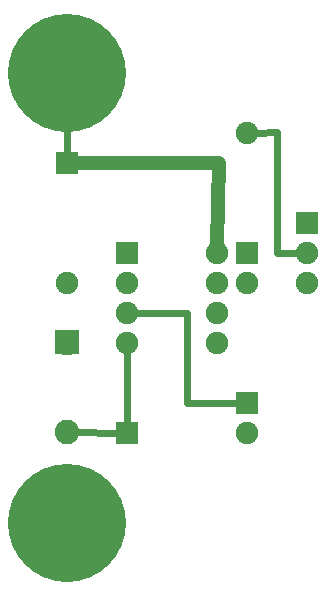
<source format=gtl>
G04 MADE WITH FRITZING*
G04 WWW.FRITZING.ORG*
G04 DOUBLE SIDED*
G04 HOLES PLATED*
G04 CONTOUR ON CENTER OF CONTOUR VECTOR*
%ASAXBY*%
%FSLAX23Y23*%
%MOIN*%
%OFA0B0*%
%SFA1.0B1.0*%
%ADD10C,0.075000*%
%ADD11C,0.082000*%
%ADD12C,0.393700*%
%ADD13R,0.075000X0.075000*%
%ADD14R,0.082000X0.082000*%
%ADD15C,0.024000*%
%ADD16C,0.048000*%
%LNCOPPER1*%
G90*
G70*
G54D10*
X923Y640D03*
X923Y1040D03*
X523Y540D03*
X923Y540D03*
X1123Y1040D03*
X1123Y1140D03*
X1123Y1240D03*
G54D11*
X323Y840D03*
X323Y542D03*
G54D10*
X923Y1140D03*
X923Y1540D03*
X523Y1140D03*
X823Y1140D03*
X523Y1040D03*
X823Y1040D03*
X523Y940D03*
X823Y940D03*
X523Y840D03*
X823Y840D03*
G54D12*
X323Y240D03*
X323Y1740D03*
G54D10*
X323Y1440D03*
X323Y1040D03*
G54D13*
X923Y640D03*
X523Y540D03*
X1123Y1240D03*
G54D14*
X323Y841D03*
G54D13*
X923Y1140D03*
X523Y1140D03*
X323Y1440D03*
G54D15*
X1025Y1139D02*
X1025Y1541D01*
D02*
X1095Y1140D02*
X1025Y1139D01*
D02*
X1025Y1541D02*
X952Y1540D01*
D02*
X725Y639D02*
X725Y940D01*
D02*
X725Y940D02*
X552Y940D01*
D02*
X895Y640D02*
X725Y639D01*
D02*
X523Y569D02*
X523Y812D01*
D02*
X495Y540D02*
X355Y542D01*
D02*
X323Y1611D02*
X323Y1469D01*
G54D16*
D02*
X824Y1169D02*
X829Y1438D01*
D02*
X829Y1438D02*
X352Y1440D01*
G04 End of Copper1*
M02*
</source>
